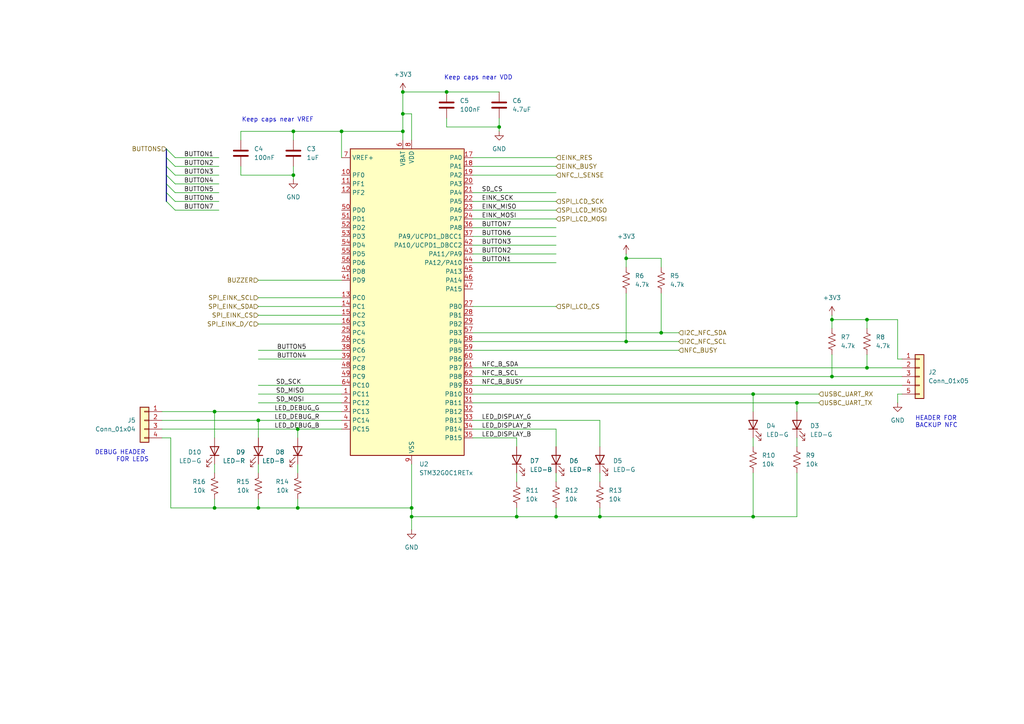
<source format=kicad_sch>
(kicad_sch (version 20231120) (generator "eeschema") (generator_version "8.0")
  (paper "A4")
  (lib_symbols
    (symbol "Connector_Generic:Conn_01x04" (pin_names (offset 1.016) hide)
      (property "Reference" "J" (at 0 5.08 0))
      (property "Value" "Conn_01x04" (at 0 -7.62 0))
      (symbol "Conn_01x04_1_1"
        (rectangle (start -1.27 -4.953) (end 0 -5.207) (stroke (width 0.1524)))
        (rectangle (start -1.27 -2.413) (end 0 -2.667) (stroke (width 0.1524)))
        (rectangle (start -1.27 0.127) (end 0 -0.127) (stroke (width 0.1524)))
        (rectangle (start -1.27 2.667) (end 0 2.413) (stroke (width 0.1524)))
        (rectangle (start -1.27 3.81) (end 1.27 -6.35) (stroke (width 0.254)) (fill (type background)))
        (pin passive line (at -5.08 2.54 0) (length 3.81) (name "Pin_1") (number "1"))
        (pin passive line (at -5.08 0 0) (length 3.81) (name "Pin_2") (number "2"))
        (pin passive line (at -5.08 -2.54 0) (length 3.81) (name "Pin_3") (number "3"))
        (pin passive line (at -5.08 -5.08 0) (length 3.81) (name "Pin_4") (number "4"))
      )
    )
    (symbol "Connector_Generic:Conn_01x05" (pin_names (offset 1.016) hide)
      (property "Reference" "J" (at 0 7.62 0))
      (property "Value" "Conn_01x05" (at 0 -7.62 0))
      (symbol "Conn_01x05_1_1"
        (rectangle (start -1.27 -4.953) (end 0 -5.207) (stroke (width 0.1524)))
        (rectangle (start -1.27 -2.413) (end 0 -2.667) (stroke (width 0.1524)))
        (rectangle (start -1.27 0.127) (end 0 -0.127) (stroke (width 0.1524)))
        (rectangle (start -1.27 2.667) (end 0 2.413) (stroke (width 0.1524)))
        (rectangle (start -1.27 5.207) (end 0 4.953) (stroke (width 0.1524)))
        (rectangle (start -1.27 6.35) (end 1.27 -6.35) (stroke (width 0.254)) (fill (type background)))
        (pin passive line (at -5.08 5.08 0) (length 3.81) (name "Pin_1") (number "1"))
        (pin passive line (at -5.08 2.54 0) (length 3.81) (name "Pin_2") (number "2"))
        (pin passive line (at -5.08 0 0) (length 3.81) (name "Pin_3") (number "3"))
        (pin passive line (at -5.08 -2.54 0) (length 3.81) (name "Pin_4") (number "4"))
        (pin passive line (at -5.08 -5.08 0) (length 3.81) (name "Pin_5") (number "5"))
      )
    )
    (symbol "Device:C" (pin_numbers hide) (pin_names (offset 0.254))
      (property "Reference" "C" (at 0.635 2.54 0))
      (property "Value" "C" (at 0.635 -2.54 0))
      (symbol "C_0_1"
        (polyline (pts (xy -2.032 -0.762) (xy 2.032 -0.762)) (stroke (width 0.508)))
        (polyline (pts (xy -2.032 0.762) (xy 2.032 0.762)) (stroke (width 0.508)))
      )
      (symbol "C_1_1"
        (pin passive line (at 0 3.81 270) (length 2.794) (name "~") (number "1"))
        (pin passive line (at 0 -3.81 90) (length 2.794) (name "~") (number "2"))
      )
    )
    (symbol "Device:LED" (pin_numbers hide) (pin_names (offset 1.016) hide)
      (property "Reference" "D" (at 0 2.54 0))
      (property "Value" "LED" (at 0 -2.54 0))
      (symbol "LED_0_1"
        (polyline (pts (xy -1.27 -1.27) (xy -1.27 1.27)) (stroke (width 0.254)))
        (polyline (pts (xy -1.27 0) (xy 1.27 0)))
        (polyline (pts (xy 1.27 -1.27) (xy 1.27 1.27) (xy -1.27 0) (xy 1.27 -1.27)) (stroke (width 0.254)))
        (polyline (pts (xy -3.048 -0.762) (xy -4.572 -2.286) (xy -3.81 -2.286) (xy -4.572 -2.286) (xy -4.572 -1.524)))
        (polyline (pts (xy -1.778 -0.762) (xy -3.302 -2.286) (xy -2.54 -2.286) (xy -3.302 -2.286) (xy -3.302 -1.524)))
      )
      (symbol "LED_1_1"
        (pin passive line (at -3.81 0 0) (length 2.54) (name "K") (number "1"))
        (pin passive line (at 3.81 0 180) (length 2.54) (name "A") (number "2"))
      )
    )
    (symbol "Device:R_US" (pin_numbers hide) (pin_names (offset 0))
      (property "Reference" "R" (at 2.54 0 90))
      (property "Value" "R_US" (at -2.54 0 90))
      (symbol "R_US_0_1"
        (polyline (pts (xy 0 -2.286) (xy 0 -2.54)))
        (polyline (pts (xy 0 2.286) (xy 0 2.54)))
        (polyline (pts (xy 0 -0.762) (xy 1.016 -1.143) (xy 0 -1.524) (xy -1.016 -1.905) (xy 0 -2.286)))
        (polyline (pts (xy 0 0.762) (xy 1.016 0.381) (xy 0 0) (xy -1.016 -0.381) (xy 0 -0.762)))
        (polyline (pts (xy 0 2.286) (xy 1.016 1.905) (xy 0 1.524) (xy -1.016 1.143) (xy 0 0.762)))
      )
      (symbol "R_US_1_1"
        (pin passive line (at 0 3.81 270) (length 1.27) (name "~") (number "1"))
        (pin passive line (at 0 -3.81 90) (length 1.27) (name "~") (number "2"))
      )
    )
    (symbol "MCU_ST_STM32G0:STM32G0C1RETx"
      (property "Reference" "U" (at -15.24 46.99 0))
      (property "Value" "STM32G0C1RETx" (at 5.08 46.99 0))
      (symbol "STM32G0C1RETx_0_1"
        (rectangle (start -15.24 -43.18) (end 17.78 45.72) (stroke (width 0.254)) (fill (type background)))
      )
      (symbol "STM32G0C1RETx_1_1"
        (pin bidirectional line (at -17.78 -25.4 0) (length 2.54) (name "PC11") (number "1"))
        (pin bidirectional line (at -17.78 38.1 0) (length 2.54) (name "PF0") (number "10"))
        (pin bidirectional line (at -17.78 35.56 0) (length 2.54) (name "PF1") (number "11"))
        (pin bidirectional line (at -17.78 33.02 0) (length 2.54) (name "PF2") (number "12"))
        (pin bidirectional line (at -17.78 2.54 0) (length 2.54) (name "PC0") (number "13"))
        (pin bidirectional line (at -17.78 0 0) (length 2.54) (name "PC1") (number "14"))
        (pin bidirectional line (at -17.78 -2.54 0) (length 2.54) (name "PC2") (number "15"))
        (pin bidirectional line (at -17.78 -5.08 0) (length 2.54) (name "PC3") (number "16"))
        (pin bidirectional line (at 20.32 43.18 180) (length 2.54) (name "PA0") (number "17"))
        (pin bidirectional line (at 20.32 40.64 180) (length 2.54) (name "PA1") (number "18"))
        (pin bidirectional line (at 20.32 38.1 180) (length 2.54) (name "PA2") (number "19"))
        (pin bidirectional line (at -17.78 -27.94 0) (length 2.54) (name "PC12") (number "2"))
        (pin bidirectional line (at 20.32 35.56 180) (length 2.54) (name "PA3") (number "20"))
        (pin bidirectional line (at 20.32 33.02 180) (length 2.54) (name "PA4") (number "21"))
        (pin bidirectional line (at 20.32 30.48 180) (length 2.54) (name "PA5") (number "22"))
        (pin bidirectional line (at 20.32 27.94 180) (length 2.54) (name "PA6") (number "23"))
        (pin bidirectional line (at 20.32 25.4 180) (length 2.54) (name "PA7") (number "24"))
        (pin bidirectional line (at -17.78 -7.62 0) (length 2.54) (name "PC4") (number "25"))
        (pin bidirectional line (at -17.78 -10.16 0) (length 2.54) (name "PC5") (number "26"))
        (pin bidirectional line (at 20.32 0 180) (length 2.54) (name "PB0") (number "27"))
        (pin bidirectional line (at 20.32 -2.54 180) (length 2.54) (name "PB1") (number "28"))
        (pin bidirectional line (at 20.32 -5.08 180) (length 2.54) (name "PB2") (number "29"))
        (pin bidirectional line (at -17.78 -30.48 0) (length 2.54) (name "PC13") (number "3"))
        (pin bidirectional line (at 20.32 -25.4 180) (length 2.54) (name "PB10") (number "30"))
        (pin bidirectional line (at 20.32 -27.94 180) (length 2.54) (name "PB11") (number "31"))
        (pin bidirectional line (at 20.32 -30.48 180) (length 2.54) (name "PB12") (number "32"))
        (pin bidirectional line (at 20.32 -33.02 180) (length 2.54) (name "PB13") (number "33"))
        (pin bidirectional line (at 20.32 -35.56 180) (length 2.54) (name "PB14") (number "34"))
        (pin bidirectional line (at 20.32 -38.1 180) (length 2.54) (name "PB15") (number "35"))
        (pin bidirectional line (at 20.32 22.86 180) (length 2.54) (name "PA8") (number "36"))
        (pin bidirectional line (at 20.32 20.32 180) (length 2.54) (name "PA9/UCPD1_DBCC1") (number "37"))
        (pin bidirectional line (at -17.78 -12.7 0) (length 2.54) (name "PC6") (number "38"))
        (pin bidirectional line (at -17.78 -15.24 0) (length 2.54) (name "PC7") (number "39"))
        (pin bidirectional line (at -17.78 -33.02 0) (length 2.54) (name "PC14") (number "4"))
        (pin bidirectional line (at -17.78 10.16 0) (length 2.54) (name "PD8") (number "40"))
        (pin bidirectional line (at -17.78 7.62 0) (length 2.54) (name "PD9") (number "41"))
        (pin bidirectional line (at 20.32 17.78 180) (length 2.54) (name "PA10/UCPD1_DBCC2") (number "42"))
        (pin bidirectional line (at 20.32 15.24 180) (length 2.54) (name "PA11/PA9") (number "43"))
        (pin bidirectional line (at 20.32 12.7 180) (length 2.54) (name "PA12/PA10") (number "44"))
        (pin bidirectional line (at 20.32 10.16 180) (length 2.54) (name "PA13") (number "45"))
        (pin bidirectional line (at 20.32 7.62 180) (length 2.54) (name "PA14") (number "46"))
        (pin bidirectional line (at 20.32 5.08 180) (length 2.54) (name "PA15") (number "47"))
        (pin bidirectional line (at -17.78 -17.78 0) (length 2.54) (name "PC8") (number "48"))
        (pin bidirectional line (at -17.78 -20.32 0) (length 2.54) (name "PC9") (number "49"))
        (pin bidirectional line (at -17.78 -35.56 0) (length 2.54) (name "PC15") (number "5"))
        (pin bidirectional line (at -17.78 27.94 0) (length 2.54) (name "PD0") (number "50"))
        (pin bidirectional line (at -17.78 25.4 0) (length 2.54) (name "PD1") (number "51"))
        (pin bidirectional line (at -17.78 22.86 0) (length 2.54) (name "PD2") (number "52"))
        (pin bidirectional line (at -17.78 20.32 0) (length 2.54) (name "PD3") (number "53"))
        (pin bidirectional line (at -17.78 17.78 0) (length 2.54) (name "PD4") (number "54"))
        (pin bidirectional line (at -17.78 15.24 0) (length 2.54) (name "PD5") (number "55"))
        (pin bidirectional line (at -17.78 12.7 0) (length 2.54) (name "PD6") (number "56"))
        (pin bidirectional line (at 20.32 -7.62 180) (length 2.54) (name "PB3") (number "57"))
        (pin bidirectional line (at 20.32 -10.16 180) (length 2.54) (name "PB4") (number "58"))
        (pin bidirectional line (at 20.32 -12.7 180) (length 2.54) (name "PB5") (number "59"))
        (pin power_in line (at 0 48.26 270) (length 2.54) (name "VBAT") (number "6"))
        (pin bidirectional line (at 20.32 -15.24 180) (length 2.54) (name "PB6") (number "60"))
        (pin bidirectional line (at 20.32 -17.78 180) (length 2.54) (name "PB7") (number "61"))
        (pin bidirectional line (at 20.32 -20.32 180) (length 2.54) (name "PB8") (number "62"))
        (pin bidirectional line (at 20.32 -22.86 180) (length 2.54) (name "PB9") (number "63"))
        (pin bidirectional line (at -17.78 -22.86 0) (length 2.54) (name "PC10") (number "64"))
        (pin input line (at -17.78 43.18 0) (length 2.54) (name "VREF+") (number "7"))
        (pin power_in line (at 2.54 48.26 270) (length 2.54) (name "VDD") (number "8"))
        (pin power_in line (at 2.54 -45.72 90) (length 2.54) (name "VSS") (number "9"))
      )
    )
    (symbol "power:+3V3" (power) (pin_numbers hide) (pin_names (offset 0) hide)
      (property "Value" "+3V3" (at 0 3.556 0))
      (symbol "+3V3_0_1"
        (polyline (pts (xy -0.762 1.27) (xy 0 2.54)))
        (polyline (pts (xy 0 0) (xy 0 2.54)))
        (polyline (pts (xy 0 2.54) (xy 0.762 1.27)))
      )
      (symbol "+3V3_1_1"
        (pin power_in line (at 0 0 90) (length 0) (name "~") (number "1"))
      )
    )
    (symbol "power:GND" (power) (pin_numbers hide) (pin_names (offset 0) hide)
      (property "Value" "GND" (at 0 -3.81 0))
      (symbol "GND_0_1"
        (polyline (pts (xy 0 0) (xy 0 -1.27) (xy 1.27 -1.27) (xy 0 -2.54) (xy -1.27 -1.27) (xy 0 -1.27)))
      )
      (symbol "GND_1_1"
        (pin power_in line (at 0 0 270) (length 0) (name "~") (number "1"))
      )
    )
  )
  (junction (at 181.61 74.93))
  (junction (at 119.38 147.32))
  (junction (at 116.84 33.02))
  (junction (at 231.14 116.84))
  (junction (at 251.46 106.68))
  (junction (at 241.3 109.22))
  (junction (at 241.3 92.71))
  (junction (at 86.36 147.32))
  (junction (at 74.93 147.32))
  (junction (at 161.29 149.86))
  (junction (at 119.38 149.86))
  (junction (at 62.23 119.38))
  (junction (at 181.61 99.06))
  (junction (at 129.54 26.67))
  (junction (at 173.99 149.86))
  (junction (at 116.84 38.1))
  (junction (at 74.93 121.92))
  (junction (at 218.44 114.3))
  (junction (at 218.44 149.86))
  (junction (at 191.77 96.52))
  (junction (at 149.86 149.86))
  (junction (at 85.09 50.8))
  (junction (at 62.23 147.32))
  (junction (at 86.36 124.46))
  (junction (at 144.78 36.83))
  (junction (at 85.09 38.1))
  (junction (at 99.06 38.1))
  (junction (at 116.84 26.67))
  (junction (at 251.46 92.71))
  (bus_entry (at 48.26 53.34) (size 2.54 2.54))
  (bus_entry (at 48.26 55.88) (size 2.54 2.54))
  (bus_entry (at 48.26 58.42) (size 2.54 2.54))
  (bus_entry (at 48.26 50.8) (size 2.54 2.54))
  (bus_entry (at 48.26 45.72) (size 2.54 2.54))
  (bus_entry (at 48.26 43.18) (size 2.54 2.54))
  (bus_entry (at 48.26 48.26) (size 2.54 2.54))
  (wire (pts (xy 116.84 26.67) (xy 116.84 33.02)))
  (wire (pts (xy 251.46 92.71) (xy 251.46 95.25)))
  (wire (pts (xy 74.93 111.76) (xy 99.06 111.76)))
  (wire (pts (xy 49.53 127) (xy 49.53 147.32)))
  (wire (pts (xy 129.54 36.83) (xy 129.54 34.29)))
  (wire (pts (xy 116.84 33.02) (xy 116.84 38.1)))
  (wire (pts (xy 251.46 106.68) (xy 261.62 106.68)))
  (wire (pts (xy 50.8 45.72) (xy 63.5 45.72)))
  (wire (pts (xy 74.93 114.3) (xy 99.06 114.3)))
  (wire (pts (xy 50.8 60.96) (xy 63.5 60.96)))
  (wire (pts (xy 137.16 88.9) (xy 161.29 88.9)))
  (wire (pts (xy 116.84 26.67) (xy 129.54 26.67)))
  (wire (pts (xy 74.93 101.6) (xy 99.06 101.6)))
  (wire (pts (xy 231.14 127) (xy 231.14 129.54)))
  (wire (pts (xy 144.78 36.83) (xy 144.78 38.1)))
  (bus (pts (xy 48.26 48.26) (xy 48.26 50.8)))
  (wire (pts (xy 119.38 149.86) (xy 119.38 153.67)))
  (wire (pts (xy 99.06 38.1) (xy 116.84 38.1)))
  (wire (pts (xy 74.93 121.92) (xy 99.06 121.92)))
  (wire (pts (xy 161.29 48.26) (xy 137.16 48.26)))
  (wire (pts (xy 137.16 58.42) (xy 161.29 58.42)))
  (wire (pts (xy 191.77 96.52) (xy 196.85 96.52)))
  (wire (pts (xy 85.09 38.1) (xy 99.06 38.1)))
  (bus (pts (xy 48.26 43.18) (xy 48.26 45.72)))
  (wire (pts (xy 137.16 73.66) (xy 161.29 73.66)))
  (wire (pts (xy 116.84 33.02) (xy 119.38 33.02)))
  (wire (pts (xy 49.53 127) (xy 46.99 127)))
  (wire (pts (xy 137.16 121.92) (xy 173.99 121.92)))
  (wire (pts (xy 161.29 124.46) (xy 161.29 129.54)))
  (wire (pts (xy 74.93 88.9) (xy 99.06 88.9)))
  (wire (pts (xy 137.16 124.46) (xy 161.29 124.46)))
  (wire (pts (xy 241.3 91.44) (xy 241.3 92.71)))
  (wire (pts (xy 231.14 149.86) (xy 231.14 137.16)))
  (wire (pts (xy 241.3 102.87) (xy 241.3 109.22)))
  (wire (pts (xy 99.06 81.28) (xy 74.93 81.28)))
  (wire (pts (xy 231.14 116.84) (xy 231.14 119.38)))
  (wire (pts (xy 86.36 147.32) (xy 119.38 147.32)))
  (wire (pts (xy 137.16 99.06) (xy 181.61 99.06)))
  (wire (pts (xy 137.16 106.68) (xy 251.46 106.68)))
  (wire (pts (xy 144.78 36.83) (xy 129.54 36.83)))
  (wire (pts (xy 69.85 48.26) (xy 69.85 50.8)))
  (wire (pts (xy 218.44 114.3) (xy 218.44 119.38)))
  (wire (pts (xy 260.35 114.3) (xy 261.62 114.3)))
  (wire (pts (xy 161.29 45.72) (xy 137.16 45.72)))
  (wire (pts (xy 74.93 147.32) (xy 86.36 147.32)))
  (wire (pts (xy 69.85 38.1) (xy 85.09 38.1)))
  (wire (pts (xy 85.09 50.8) (xy 85.09 52.07)))
  (bus (pts (xy 48.26 50.8) (xy 48.26 53.34)))
  (wire (pts (xy 62.23 119.38) (xy 46.99 119.38)))
  (wire (pts (xy 74.93 91.44) (xy 99.06 91.44)))
  (wire (pts (xy 260.35 116.84) (xy 260.35 114.3)))
  (wire (pts (xy 181.61 73.66) (xy 181.61 74.93)))
  (wire (pts (xy 181.61 74.93) (xy 191.77 74.93)))
  (wire (pts (xy 62.23 144.78) (xy 62.23 147.32)))
  (wire (pts (xy 181.61 85.09) (xy 181.61 99.06)))
  (wire (pts (xy 137.16 50.8) (xy 161.29 50.8)))
  (wire (pts (xy 137.16 66.04) (xy 161.29 66.04)))
  (wire (pts (xy 218.44 114.3) (xy 237.49 114.3)))
  (wire (pts (xy 260.35 92.71) (xy 260.35 104.14)))
  (wire (pts (xy 119.38 147.32) (xy 119.38 149.86)))
  (wire (pts (xy 137.16 116.84) (xy 231.14 116.84)))
  (wire (pts (xy 173.99 137.16) (xy 173.99 139.7)))
  (wire (pts (xy 62.23 119.38) (xy 62.23 127)))
  (wire (pts (xy 74.93 86.36) (xy 99.06 86.36)))
  (wire (pts (xy 137.16 111.76) (xy 261.62 111.76)))
  (wire (pts (xy 149.86 137.16) (xy 149.86 139.7)))
  (wire (pts (xy 181.61 74.93) (xy 181.61 77.47)))
  (wire (pts (xy 149.86 127) (xy 137.16 127)))
  (wire (pts (xy 50.8 53.34) (xy 63.5 53.34)))
  (wire (pts (xy 86.36 124.46) (xy 99.06 124.46)))
  (wire (pts (xy 260.35 104.14) (xy 261.62 104.14)))
  (wire (pts (xy 173.99 121.92) (xy 173.99 129.54)))
  (wire (pts (xy 62.23 147.32) (xy 74.93 147.32)))
  (wire (pts (xy 251.46 102.87) (xy 251.46 106.68)))
  (wire (pts (xy 50.8 48.26) (xy 63.5 48.26)))
  (wire (pts (xy 218.44 127) (xy 218.44 129.54)))
  (wire (pts (xy 50.8 58.42) (xy 63.5 58.42)))
  (wire (pts (xy 161.29 149.86) (xy 173.99 149.86)))
  (wire (pts (xy 129.54 26.67) (xy 144.78 26.67)))
  (wire (pts (xy 251.46 92.71) (xy 260.35 92.71)))
  (wire (pts (xy 149.86 129.54) (xy 149.86 127)))
  (wire (pts (xy 74.93 116.84) (xy 99.06 116.84)))
  (wire (pts (xy 137.16 76.2) (xy 161.29 76.2)))
  (wire (pts (xy 137.16 55.88) (xy 161.29 55.88)))
  (wire (pts (xy 62.23 134.62) (xy 62.23 137.16)))
  (wire (pts (xy 74.93 144.78) (xy 74.93 147.32)))
  (wire (pts (xy 99.06 38.1) (xy 99.06 45.72)))
  (wire (pts (xy 191.77 74.93) (xy 191.77 77.47)))
  (wire (pts (xy 241.3 92.71) (xy 241.3 95.25)))
  (wire (pts (xy 173.99 149.86) (xy 218.44 149.86)))
  (wire (pts (xy 241.3 109.22) (xy 261.62 109.22)))
  (wire (pts (xy 149.86 149.86) (xy 161.29 149.86)))
  (wire (pts (xy 137.16 68.58) (xy 161.29 68.58)))
  (wire (pts (xy 119.38 33.02) (xy 119.38 40.64)))
  (wire (pts (xy 173.99 147.32) (xy 173.99 149.86)))
  (wire (pts (xy 161.29 147.32) (xy 161.29 149.86)))
  (wire (pts (xy 137.16 71.12) (xy 161.29 71.12)))
  (wire (pts (xy 116.84 38.1) (xy 116.84 40.64)))
  (wire (pts (xy 181.61 99.06) (xy 196.85 99.06)))
  (wire (pts (xy 74.93 104.14) (xy 99.06 104.14)))
  (wire (pts (xy 50.8 55.88) (xy 63.5 55.88)))
  (bus (pts (xy 48.26 55.88) (xy 48.26 58.42)))
  (wire (pts (xy 137.16 101.6) (xy 196.85 101.6)))
  (wire (pts (xy 62.23 119.38) (xy 99.06 119.38)))
  (wire (pts (xy 241.3 92.71) (xy 251.46 92.71)))
  (wire (pts (xy 231.14 116.84) (xy 237.49 116.84)))
  (wire (pts (xy 231.14 149.86) (xy 218.44 149.86)))
  (bus (pts (xy 48.26 45.72) (xy 48.26 48.26)))
  (wire (pts (xy 85.09 48.26) (xy 85.09 50.8)))
  (wire (pts (xy 86.36 134.62) (xy 86.36 137.16)))
  (wire (pts (xy 137.16 109.22) (xy 241.3 109.22)))
  (wire (pts (xy 137.16 60.96) (xy 161.29 60.96)))
  (wire (pts (xy 85.09 38.1) (xy 85.09 40.64)))
  (wire (pts (xy 86.36 144.78) (xy 86.36 147.32)))
  (wire (pts (xy 119.38 149.86) (xy 149.86 149.86)))
  (wire (pts (xy 85.09 50.8) (xy 69.85 50.8)))
  (wire (pts (xy 50.8 50.8) (xy 63.5 50.8)))
  (wire (pts (xy 46.99 124.46) (xy 86.36 124.46)))
  (wire (pts (xy 86.36 127) (xy 86.36 124.46)))
  (wire (pts (xy 161.29 137.16) (xy 161.29 139.7)))
  (wire (pts (xy 74.93 93.98) (xy 99.06 93.98)))
  (wire (pts (xy 119.38 134.62) (xy 119.38 147.32)))
  (wire (pts (xy 137.16 96.52) (xy 191.77 96.52)))
  (wire (pts (xy 74.93 134.62) (xy 74.93 137.16)))
  (wire (pts (xy 69.85 38.1) (xy 69.85 40.64)))
  (wire (pts (xy 144.78 34.29) (xy 144.78 36.83)))
  (wire (pts (xy 74.93 121.92) (xy 74.93 127)))
  (wire (pts (xy 218.44 137.16) (xy 218.44 149.86)))
  (wire (pts (xy 191.77 85.09) (xy 191.77 96.52)))
  (wire (pts (xy 49.53 147.32) (xy 62.23 147.32)))
  (wire (pts (xy 74.93 121.92) (xy 46.99 121.92)))
  (wire (pts (xy 149.86 147.32) (xy 149.86 149.86)))
  (bus (pts (xy 48.26 53.34) (xy 48.26 55.88)))
  (wire (pts (xy 137.16 63.5) (xy 161.29 63.5)))
  (wire (pts (xy 137.16 114.3) (xy 218.44 114.3)))
  (text "HEADER FOR \nBACKUP NFC" (at 265.43 122.428 0) (effects (font (size 1.27 1.27)) (justify left)))
  (text "DEBUG HEADER \nFOR LEDS\n" (at 43.18 132.334 0) (effects (font (size 1.27 1.27)) (justify right)))
  (text "Keep caps near VDD\n" (at 128.778 22.606 0) (effects (font (size 1.27 1.27)) (justify left)))
  (text "Keep caps near VREF\n" (at 70.104 34.798 0) (effects (font (size 1.27 1.27)) (justify left)))
  (label "SD_SCK" (at 80.01 111.76 0))
  (label "LED_DEBUG_G" (at 92.71 119.38 180))
  (label "BUTTON2" (at 53.34 48.26 0))
  (label "EINK_SCK" (at 139.7 58.42 0))
  (label "BUTTON5" (at 88.9 101.6 180))
  (label "BUTTON2" (at 139.7 73.66 0))
  (label "EINK_MISO" (at 139.7 60.96 0))
  (label "NFC_B_SDA" (at 139.7 106.68 0))
  (label "LED_DEBUG_R" (at 92.71 121.92 180))
  (label "BUTTON7" (at 53.34 60.96 0))
  (label "BUTTON3" (at 139.7 71.12 0))
  (label "BUTTON4" (at 88.9 104.14 180))
  (label "SD_CS" (at 139.7 55.88 0))
  (label "SD_MOSI" (at 80.01 116.84 0))
  (label "BUTTON1" (at 139.7 76.2 0))
  (label "LED_DISPLAY_G" (at 139.7 121.92 0))
  (label "BUTTON6" (at 139.7 68.58 0))
  (label "LED_DEBUG_B" (at 92.71 124.46 180))
  (label "SD_MISO" (at 80.01 114.3 0))
  (label "BUTTON3" (at 53.34 50.8 0))
  (label "BUTTON1" (at 53.34 45.72 0))
  (label "BUTTON7" (at 139.7 66.04 0))
  (label "BUTTON6" (at 53.34 58.42 0))
  (label "NFC_B_BUSY" (at 139.7 111.76 0))
  (label "BUTTON5" (at 53.34 55.88 0))
  (label "BUTTON4" (at 53.34 53.34 0))
  (label "NFC_B_SCL" (at 139.7 109.22 0))
  (label "EINK_MOSI" (at 139.7 63.5 0))
  (label "LED_DISPLAY_R" (at 139.7 124.46 0))
  (label "LED_DISPLAY_B" (at 139.7 127 0))
  (hierarchical_label "EINK_RES" (shape input) (at 161.29 45.72 0))
  (hierarchical_label "SPI_LCD_SCK" (shape input) (at 161.29 58.42 0))
  (hierarchical_label "SPI_EINK_SCL" (shape input) (at 74.93 86.36 180))
  (hierarchical_label "I2C_NFC_SDA" (shape input) (at 196.85 96.52 0))
  (hierarchical_label "USBC_UART_RX" (shape input) (at 237.49 114.3 0))
  (hierarchical_label "SPI_LCD_MOSI" (shape input) (at 161.29 63.5 0))
  (hierarchical_label "EINK_BUSY" (shape input) (at 161.29 48.26 0))
  (hierarchical_label "BUZZER" (shape input) (at 74.93 81.28 180))
  (hierarchical_label "BUTTONS" (shape input) (at 48.26 43.18 180))
  (hierarchical_label "I2C_NFC_SCL" (shape input) (at 196.85 99.06 0))
  (hierarchical_label "SPI_LCD_CS" (shape input) (at 161.29 88.9 0))
  (hierarchical_label "SPI_EINK_SDA" (shape input) (at 74.93 88.9 180))
  (hierarchical_label "SPI_EINK_CS" (shape input) (at 74.93 91.44 180))
  (hierarchical_label "NFC_BUSY" (shape input) (at 196.85 101.6 0))
  (hierarchical_label "SPI_LCD_MISO" (shape input) (at 161.29 60.96 0))
  (hierarchical_label "NFC_I_SENSE" (shape input) (at 161.29 50.8 0))
  (hierarchical_label "USBC_UART_TX" (shape input) (at 237.49 116.84 0))
  (hierarchical_label "SPI_EINK_D{slash}C" (shape input) (at 74.93 93.98 180))
  (symbol (lib_id "Device:LED") (at 74.93 130.81 270) (mirror x) (unit 1)
    (property "Reference" "D9" (at 71.12 131.1274 90) (effects (justify right)))
    (property "Value" "LED-R" (at 71.12 133.6674 90) (effects (justify right)))
    (property "Footprint" "LED_SMD:LED_0603_1608Metric_Pad1.05x0.95mm_HandSolder" (effects (hide yes)))
    (property "Datasheet" "https://www.we-online.com/components/products/datasheet/150060RS75000.pdf" (effects (hide yes)))
    (property "Description" "Light emitting diode" (effects (hide yes)))
    (property "Part Number" "150060RS75000" (effects (hide yes)))
  )
  (symbol (lib_id "Device:LED") (at 161.29 133.35 90) (unit 1)
    (property "Reference" "D6" (at 165.1 133.6674 90) (effects (justify right)))
    (property "Value" "LED-R" (at 165.1 136.2074 90) (effects (justify right)))
    (property "Footprint" "LED_SMD:LED_0603_1608Metric_Pad1.05x0.95mm_HandSolder" (effects (hide yes)))
    (property "Datasheet" "https://www.we-online.com/components/products/datasheet/150060RS75000.pdf" (effects (hide yes)))
    (property "Description" "Light emitting diode" (effects (hide yes)))
    (property "Part Number" "150060RS75000" (effects (hide yes)))
  )
  (symbol (lib_id "power:GND") (at 119.38 153.67 0) (unit 1)
    (property "Reference" "#PWR05" (effects (hide yes)))
    (property "Value" "GND" (at 119.38 158.75 0))
    (property "Description" "Power symbol creates a global label with name \"GND\" , ground" (effects (hide yes)))
  )
  (symbol (lib_id "Device:LED") (at 149.86 133.35 90) (unit 1)
    (property "Reference" "D7" (at 153.67 133.6674 90) (effects (justify right)))
    (property "Value" "LED-B" (at 153.67 136.2074 90) (effects (justify right)))
    (property "Footprint" "LED_SMD:LED_0603_1608Metric_Pad1.05x0.95mm_HandSolder" (effects (hide yes)))
    (property "Datasheet" "https://www.we-online.com/components/products/datasheet/150060BS75000.pdf" (effects (hide yes)))
    (property "Description" "Light emitting diode" (effects (hide yes)))
    (property "Part Number" "150060BS75000" (effects (hide yes)))
  )
  (symbol (lib_id "power:+3V3") (at 241.3 91.44 0) (unit 1)
    (property "Reference" "#PWR09" (effects (hide yes)))
    (property "Value" "+3V3" (at 241.3 86.36 0))
    (property "Description" "Power symbol creates a global label with name \"+3V3\"" (effects (hide yes)))
  )
  (symbol (lib_id "power:GND") (at 260.35 116.84 0) (unit 1)
    (property "Reference" "#PWR07" (effects (hide yes)))
    (property "Value" "GND" (at 260.35 121.92 0))
    (property "Description" "Power symbol creates a global label with name \"GND\" , ground" (effects (hide yes)))
  )
  (symbol (lib_id "Device:R_US") (at 251.46 99.06 0) (unit 1)
    (property "Reference" "R8" (at 254 97.7899 0) (effects (justify left)))
    (property "Value" "4.7k" (at 254 100.3299 0) (effects (justify left)))
    (property "Footprint" "Resistor_SMD:R_0603_1608Metric_Pad0.98x0.95mm_HandSolder" (effects (hide yes)))
    (property "Datasheet" "https://industrial.panasonic.com/cdbs/www-data/pdf/RDA0000/AOA0000C304.pdf" (effects (hide yes)))
    (property "Description" "Resistor, US symbol" (effects (hide yes)))
    (property "Part Number" "ERJ-3EKF4701V" (effects (hide yes)))
  )
  (symbol (lib_id "Device:C") (at 129.54 30.48 0) (unit 1)
    (property "Reference" "C5" (at 133.35 29.2099 0) (effects (justify left)))
    (property "Value" "100nF" (at 133.35 31.7499 0) (effects (justify left)))
    (property "Footprint" "Capacitor_SMD:C_0603_1608Metric_Pad1.08x0.95mm_HandSolder" (effects (hide yes)))
    (property "Datasheet" "https://www.yageo.com/upload/media/product/productsearch/datasheet/mlcc/UPY-GPHC_X7R_6.3V-to-250V_24.pdf" (effects (hide yes)))
    (property "Description" "Unpolarized capacitor" (effects (hide yes)))
    (property "Part Number" "CC0603KRX7R7BB104" (effects (hide yes)))
  )
  (symbol (lib_id "power:GND") (at 144.78 38.1 0) (unit 1)
    (property "Reference" "#PWR06" (effects (hide yes)))
    (property "Value" "GND" (at 144.78 43.18 0))
    (property "Description" "Power symbol creates a global label with name \"GND\" , ground" (effects (hide yes)))
  )
  (symbol (lib_id "power:+3V3") (at 181.61 73.66 0) (unit 1)
    (property "Reference" "#PWR08" (effects (hide yes)))
    (property "Value" "+3V3" (at 181.61 68.58 0))
    (property "Description" "Power symbol creates a global label with name \"+3V3\"" (effects (hide yes)))
  )
  (symbol (lib_id "Device:C") (at 85.09 44.45 0) (unit 1)
    (property "Reference" "C3" (at 88.9 43.1799 0) (effects (justify left)))
    (property "Value" "1uF" (at 88.9 45.7199 0) (effects (justify left)))
    (property "Footprint" "Capacitor_SMD:C_0603_1608Metric_Pad1.08x0.95mm_HandSolder" (effects (hide yes)))
    (property "Datasheet" "https://www.yageo.com/upload/media/product/app/datasheet/mlcc/upy-gphc_x5r_4v-to-50v.pdf" (effects (hide yes)))
    (property "Description" "Unpolarized capacitor" (effects (hide yes)))
    (property "Part Number" "CC0603KRX5R8BB105" (effects (hide yes)))
  )
  (symbol (lib_id "Device:C") (at 144.78 30.48 0) (unit 1)
    (property "Reference" "C6" (at 148.59 29.2099 0) (effects (justify left)))
    (property "Value" "4.7uF" (at 148.59 31.7499 0) (effects (justify left)))
    (property "Footprint" "Capacitor_SMD:C_0603_1608Metric_Pad1.08x0.95mm_HandSolder" (effects (hide yes)))
    (property "Datasheet" "https://mm.digikey.com/Volume0/opasdata/d220001/medias/docus/609/CL10A475KP8NNNC_Spec.pdf" (effects (hide yes)))
    (property "Description" "Unpolarized capacitor" (effects (hide yes)))
    (property "Part Number" "CL10A475KP8NNNC" (effects (hide yes)))
  )
  (symbol (lib_id "MCU_ST_STM32G0:STM32G0C1RETx") (at 116.84 88.9 0) (unit 1)
    (property "Reference" "U2" (at 121.5741 134.62 0) (effects (justify left)))
    (property "Value" "STM32G0C1RETx" (at 121.5741 137.16 0) (effects (justify left)))
    (property "Footprint" "Package_QFP:LQFP-64_10x10mm_P0.5mm" (effects (hide yes)))
    (property "Datasheet" "https://www.st.com/resource/en/datasheet/stm32g0c1re.pdf" (effects (hide yes)))
    (property "Description" "STMicroelectronics Arm Cortex-M0+ MCU, 512KB flash, 144KB RAM, 64 MHz, 1.7-3.6V, 60 GPIO, LQFP64" (effects (hide yes)))
    (property "Part Number" "STM32G0C1RETx" (effects (hide yes)))
  )
  (symbol (lib_id "Device:R_US") (at 74.93 140.97 0) (mirror y) (unit 1)
    (property "Reference" "R15" (at 72.39 139.6999 0) (effects (justify left)))
    (property "Value" "10k" (at 72.39 142.2399 0) (effects (justify left)))
    (property "Footprint" "Resistor_SMD:R_0603_1608Metric_Pad0.98x0.95mm_HandSolder" (effects (hide yes)))
    (property "Datasheet" "https://www.yageo.com/upload/media/product/products/datasheet/rchip/PYu-RC_Group_51_RoHS_L_12.pdf" (effects (hide yes)))
    (property "Description" "Resistor, US symbol" (effects (hide yes)))
    (property "Part Number" "RC0603FR-0710KL" (effects (hide yes)))
  )
  (symbol (lib_id "Device:R_US") (at 173.99 143.51 0) (unit 1)
    (property "Reference" "R13" (at 176.53 142.2399 0) (effects (justify left)))
    (property "Value" "10k" (at 176.53 144.7799 0) (effects (justify left)))
    (property "Footprint" "Resistor_SMD:R_0603_1608Metric_Pad0.98x0.95mm_HandSolder" (effects (hide yes)))
    (property "Datasheet" "https://www.yageo.com/upload/media/product/products/datasheet/rchip/PYu-RC_Group_51_RoHS_L_12.pdf" (effects (hide yes)))
    (property "Description" "Resistor, US symbol" (effects (hide yes)))
    (property "Part Number" "RC0603FR-0710KL" (effects (hide yes)))
  )
  (symbol (lib_id "Device:R_US") (at 218.44 133.35 0) (unit 1)
    (property "Reference" "R10" (at 220.98 132.0799 0) (effects (justify left)))
    (property "Value" "10k" (at 220.98 134.6199 0) (effects (justify left)))
    (property "Footprint" "Resistor_SMD:R_0603_1608Metric_Pad0.98x0.95mm_HandSolder" (effects (hide yes)))
    (property "Datasheet" "https://www.yageo.com/upload/media/product/products/datasheet/rchip/PYu-RC_Group_51_RoHS_L_12.pdf" (effects (hide yes)))
    (property "Description" "Resistor, US symbol" (effects (hide yes)))
    (property "Part Number" "RC0603FR-0710KL" (effects (hide yes)))
  )
  (symbol (lib_id "Connector_Generic:Conn_01x04") (at 41.91 121.92 0) (mirror y) (unit 1)
    (property "Reference" "J5" (at 39.37 121.9199 0) (effects (justify left)))
    (property "Value" "Conn_01x04" (at 39.37 124.4599 0) (effects (justify left)))
    (property "Description" "Generic connector, single row, 01x04, script generated (kicad-library-utils/schlib/autogen/connector/)" (effects (hide yes)))
  )
  (symbol (lib_id "Device:LED") (at 173.99 133.35 90) (unit 1)
    (property "Reference" "D5" (at 177.8 133.6674 90) (effects (justify right)))
    (property "Value" "LED-G" (at 177.8 136.2074 90) (effects (justify right)))
    (property "Footprint" "LED_SMD:LED_0603_1608Metric_Pad1.05x0.95mm_HandSolder" (effects (hide yes)))
    (property "Datasheet" "https://www.we-online.com/components/products/datasheet/150060GS75000.pdf" (effects (hide yes)))
    (property "Description" "Light emitting diode" (effects (hide yes)))
    (property "Part Number" "150060GS75000" (effects (hide yes)))
  )
  (symbol (lib_id "Device:R_US") (at 149.86 143.51 0) (unit 1)
    (property "Reference" "R11" (at 152.4 142.2399 0) (effects (justify left)))
    (property "Value" "10k" (at 152.4 144.7799 0) (effects (justify left)))
    (property "Footprint" "Resistor_SMD:R_0603_1608Metric_Pad0.98x0.95mm_HandSolder" (effects (hide yes)))
    (property "Datasheet" "https://www.yageo.com/upload/media/product/products/datasheet/rchip/PYu-RC_Group_51_RoHS_L_12.pdf" (effects (hide yes)))
    (property "Description" "Resistor, US symbol" (effects (hide yes)))
    (property "Part Number" "RC0603FR-0710KL" (effects (hide yes)))
  )
  (symbol (lib_id "Device:R_US") (at 181.61 81.28 0) (unit 1)
    (property "Reference" "R6" (at 184.15 80.0099 0) (effects (justify left)))
    (property "Value" "4.7k" (at 184.15 82.5499 0) (effects (justify left)))
    (property "Footprint" "Resistor_SMD:R_0603_1608Metric_Pad0.98x0.95mm_HandSolder" (effects (hide yes)))
    (property "Datasheet" "https://industrial.panasonic.com/cdbs/www-data/pdf/RDA0000/AOA0000C304.pdf" (effects (hide yes)))
    (property "Description" "Resistor, US symbol" (effects (hide yes)))
    (property "Part Number" "ERJ-3EKF4701V" (effects (hide yes)))
  )
  (symbol (lib_id "Device:R_US") (at 191.77 81.28 0) (unit 1)
    (property "Reference" "R5" (at 194.31 80.0099 0) (effects (justify left)))
    (property "Value" "4.7k" (at 194.31 82.5499 0) (effects (justify left)))
    (property "Footprint" "Resistor_SMD:R_0603_1608Metric_Pad0.98x0.95mm_HandSolder" (effects (hide yes)))
    (property "Datasheet" "https://industrial.panasonic.com/cdbs/www-data/pdf/RDA0000/AOA0000C304.pdf" (effects (hide yes)))
    (property "Description" "Resistor, US symbol" (effects (hide yes)))
    (property "Part Number" "ERJ-3EKF4701V" (effects (hide yes)))
  )
  (symbol (lib_id "Device:LED") (at 62.23 130.81 270) (mirror x) (unit 1)
    (property "Reference" "D10" (at 58.42 131.1274 90) (effects (justify right)))
    (property "Value" "LED-G" (at 58.42 133.6674 90) (effects (justify right)))
    (property "Footprint" "LED_SMD:LED_0603_1608Metric_Pad1.05x0.95mm_HandSolder" (effects (hide yes)))
    (property "Datasheet" "https://www.we-online.com/components/products/datasheet/150060GS75000.pdf" (effects (hide yes)))
    (property "Description" "Light emitting diode" (effects (hide yes)))
    (property "Part Number" "150060GS75000" (effects (hide yes)))
  )
  (symbol (lib_id "power:GND") (at 85.09 52.07 0) (unit 1)
    (property "Reference" "#PWR010" (effects (hide yes)))
    (property "Value" "GND" (at 85.09 57.15 0))
    (property "Description" "Power symbol creates a global label with name \"GND\" , ground" (effects (hide yes)))
  )
  (symbol (lib_id "Device:C") (at 69.85 44.45 0) (unit 1)
    (property "Reference" "C4" (at 73.66 43.1799 0) (effects (justify left)))
    (property "Value" "100nF" (at 73.66 45.7199 0) (effects (justify left)))
    (property "Footprint" "Capacitor_SMD:C_0603_1608Metric_Pad1.08x0.95mm_HandSolder" (effects (hide yes)))
    (property "Datasheet" "https://www.yageo.com/upload/media/product/productsearch/datasheet/mlcc/UPY-GPHC_X7R_6.3V-to-250V_24.pdf" (effects (hide yes)))
    (property "Description" "Unpolarized capacitor" (effects (hide yes)))
    (property "Part Number" "CC0603KRX7R7BB104" (effects (hide yes)))
  )
  (symbol (lib_id "Device:LED") (at 231.14 123.19 90) (unit 1)
    (property "Reference" "D3" (at 234.95 123.5074 90) (effects (justify right)))
    (property "Value" "LED-G" (at 234.95 126.0474 90) (effects (justify right)))
    (property "Footprint" "LED_SMD:LED_0603_1608Metric_Pad1.05x0.95mm_HandSolder" (effects (hide yes)))
    (property "Datasheet" "https://www.we-online.com/components/products/datasheet/150060GS75000.pdf" (effects (hide yes)))
    (property "Description" "Light emitting diode" (effects (hide yes)))
    (property "Part Number" "150060GS75000" (effects (hide yes)))
  )
  (symbol (lib_id "Device:R_US") (at 62.23 140.97 0) (mirror y) (unit 1)
    (property "Reference" "R16" (at 59.69 139.6999 0) (effects (justify left)))
    (property "Value" "10k" (at 59.69 142.2399 0) (effects (justify left)))
    (property "Footprint" "Resistor_SMD:R_0603_1608Metric_Pad0.98x0.95mm_HandSolder" (effects (hide yes)))
    (property "Datasheet" "https://www.yageo.com/upload/media/product/products/datasheet/rchip/PYu-RC_Group_51_RoHS_L_12.pdf" (effects (hide yes)))
    (property "Description" "Resistor, US symbol" (effects (hide yes)))
    (property "Part Number" "RC0603FR-0710KL" (effects (hide yes)))
  )
  (symbol (lib_id "Device:R_US") (at 161.29 143.51 0) (unit 1)
    (property "Reference" "R12" (at 163.83 142.2399 0) (effects (justify left)))
    (property "Value" "10k" (at 163.83 144.7799 0) (effects (justify left)))
    (property "Footprint" "Resistor_SMD:R_0603_1608Metric_Pad0.98x0.95mm_HandSolder" (effects (hide yes)))
    (property "Datasheet" "https://www.yageo.com/upload/media/product/products/datasheet/rchip/PYu-RC_Group_51_RoHS_L_12.pdf" (effects (hide yes)))
    (property "Description" "Resistor, US symbol" (effects (hide yes)))
    (property "Part Number" "RC0603FR-0710KL" (effects (hide yes)))
  )
  (symbol (lib_id "Device:R_US") (at 241.3 99.06 0) (unit 1)
    (property "Reference" "R7" (at 243.84 97.7899 0) (effects (justify left)))
    (property "Value" "4.7k" (at 243.84 100.3299 0) (effects (justify left)))
    (property "Footprint" "Resistor_SMD:R_0603_1608Metric_Pad0.98x0.95mm_HandSolder" (effects (hide yes)))
    (property "Datasheet" "https://industrial.panasonic.com/cdbs/www-data/pdf/RDA0000/AOA0000C304.pdf" (effects (hide yes)))
    (property "Description" "Resistor, US symbol" (effects (hide yes)))
    (property "Part Number" "ERJ-3EKF4701V" (effects (hide yes)))
  )
  (symbol (lib_id "Connector_Generic:Conn_01x05") (at 266.7 109.22 0) (unit 1)
    (property "Reference" "J2" (at 269.24 107.9499 0) (effects (justify left)))
    (property "Value" "Conn_01x05" (at 269.24 110.4899 0) (effects (justify left)))
    (property "Description" "Generic connector, single row, 01x05, script generated (kicad-library-utils/schlib/autogen/connector/)" (effects (hide yes)))
  )
  (symbol (lib_id "Device:LED") (at 218.44 123.19 90) (unit 1)
    (property "Reference" "D4" (at 222.25 123.5074 90) (effects (justify right)))
    (property "Value" "LED-G" (at 222.25 126.0474 90) (effects (justify right)))
    (property "Footprint" "LED_SMD:LED_0603_1608Metric_Pad1.05x0.95mm_HandSolder" (effects (hide yes)))
    (property "Datasheet" "https://www.we-online.com/components/products/datasheet/150060GS75000.pdf" (effects (hide yes)))
    (property "Description" "Light emitting diode" (effects (hide yes)))
    (property "Part Number" "150060GS75000" (effects (hide yes)))
  )
  (symbol (lib_id "Device:LED") (at 86.36 130.81 270) (mirror x) (unit 1)
    (property "Reference" "D8" (at 82.55 131.1274 90) (effects (justify right)))
    (property "Value" "LED-B" (at 82.55 133.6674 90) (effects (justify right)))
    (property "Footprint" "LED_SMD:LED_0603_1608Metric_Pad1.05x0.95mm_HandSolder" (effects (hide yes)))
    (property "Datasheet" "https://www.we-online.com/components/products/datasheet/150060BS75000.pdf" (effects (hide yes)))
    (property "Description" "Light emitting diode" (effects (hide yes)))
    (property "Part Number" "150060BS75000" (effects (hide yes)))
  )
  (symbol (lib_id "power:+3V3") (at 116.84 26.67 0) (unit 1)
    (property "Reference" "#PWR04" (effects (hide yes)))
    (property "Value" "+3V3" (at 116.84 21.59 0))
    (property "Description" "Power symbol creates a global label with name \"+3V3\"" (effects (hide yes)))
  )
  (symbol (lib_id "Device:R_US") (at 231.14 133.35 0) (unit 1)
    (property "Reference" "R9" (at 233.68 132.0799 0) (effects (justify left)))
    (property "Value" "10k" (at 233.68 134.6199 0) (effects (justify left)))
    (property "Footprint" "Resistor_SMD:R_0603_1608Metric_Pad0.98x0.95mm_HandSolder" (effects (hide yes)))
    (property "Datasheet" "https://www.yageo.com/upload/media/product/products/datasheet/rchip/PYu-RC_Group_51_RoHS_L_12.pdf" (effects (hide yes)))
    (property "Description" "Resistor, US symbol" (effects (hide yes)))
    (property "Part Number" "RC0603FR-0710KL" (effects (hide yes)))
  )
  (symbol (lib_id "Device:R_US") (at 86.36 140.97 0) (mirror y) (unit 1)
    (property "Reference" "R14" (at 83.82 139.6999 0) (effects (justify left)))
    (property "Value" "10k" (at 83.82 142.2399 0) (effects (justify left)))
    (property "Footprint" "Resistor_SMD:R_0603_1608Metric_Pad0.98x0.95mm_HandSolder" (effects (hide yes)))
    (property "Datasheet" "https://www.yageo.com/upload/media/product/products/datasheet/rchip/PYu-RC_Group_51_RoHS_L_12.pdf" (effects (hide yes)))
    (property "Description" "Resistor, US symbol" (effects (hide yes)))
    (property "Part Number" "RC0603FR-0710KL" (effects (hide yes)))
  )
)
</source>
